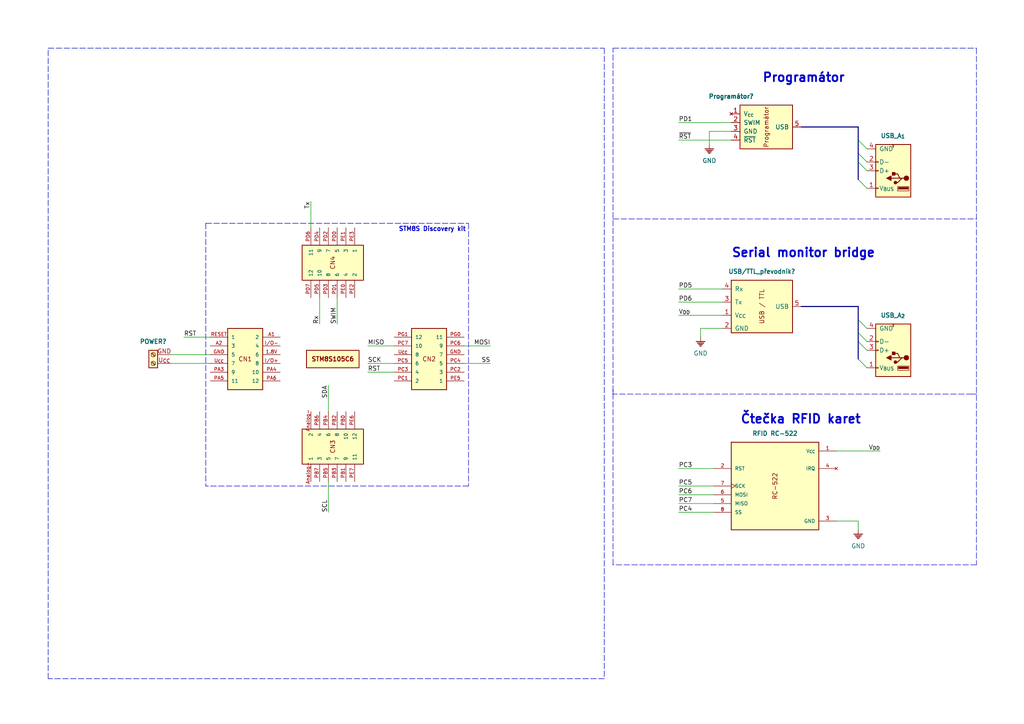
<source format=kicad_sch>
(kicad_sch (version 20211123) (generator eeschema)
  (paper "A4")
  (lib_symbols
    (symbol "5-146258-6_1" (pin_names (offset 1.016))
      (property "Reference" "CN2" (at 1.27 1.27 0))
      (symbol "5-146258-6_1_0_0"
        (rectangle (start -5.08 17.78) (end 5.08 0) (stroke (width 0.254)) (fill (type background)))
        (text "CN2" (at 0 8.89 0) (effects (font (size 1.27 1.27))))
        (pin passive line (at -10.16 7.62 0) (length 5.08) (name "7") (number "GND"))
        (pin passive line (at 10.16 15.24 180) (length 5.08) (name "2") (number "PC1"))
        (pin passive line (at -10.16 12.7 0) (length 5.08) (name "3") (number "PC2"))
        (pin passive line (at 10.16 12.7 180) (length 5.08) (name "4") (number "PC3"))
        (pin passive line (at -10.16 10.16 0) (length 5.08) (name "5") (number "PC4"))
        (pin passive line (at 10.16 10.16 180) (length 5.08) (name "6") (number "PC5"))
        (pin passive line (at -10.16 5.08 0) (length 5.08) (name "9") (number "PC6"))
        (pin passive line (at 10.16 5.08 180) (length 5.08) (name "10") (number "PC7"))
        (pin passive line (at -10.16 15.24 0) (length 5.08) (name "1") (number "PE5"))
        (pin passive line (at -10.16 2.54 0) (length 5.08) (name "11") (number "PG0"))
        (pin passive line (at 10.16 2.54 180) (length 5.08) (name "12") (number "PG1"))
        (pin passive line (at 10.16 7.62 180) (length 5.08) (name "8") (number "U_{CC}"))
      )
    )
    (symbol "5-146258-6_2" (pin_names (offset 1.016))
      (property "Reference" "CN4" (at -5.08 0 90))
      (symbol "5-146258-6_2_0_0"
        (rectangle (start -5.08 17.78) (end 5.08 0) (stroke (width 0.254)) (fill (type background)))
        (text "CN4" (at 0 8.89 0) (effects (font (size 1.27 1.27))))
        (pin passive line (at -10.16 10.16 0) (length 5.08) (name "5") (number "PD0"))
        (pin passive line (at 10.16 10.16 180) (length 5.08) (name "6") (number "PD1"))
        (pin passive line (at -10.16 7.62 0) (length 5.08) (name "7") (number "PD2"))
        (pin passive line (at 10.16 7.62 180) (length 5.08) (name "8") (number "PD3"))
        (pin passive line (at -10.16 5.08 0) (length 5.08) (name "9") (number "PD4"))
        (pin passive line (at 10.16 5.08 180) (length 5.08) (name "10") (number "PD5"))
        (pin passive line (at -10.16 2.54 0) (length 5.08) (name "11") (number "PD6"))
        (pin passive line (at 10.16 2.54 180) (length 5.08) (name "12") (number "PD7"))
        (pin passive line (at 10.16 12.7 180) (length 5.08) (name "4") (number "PE0"))
        (pin passive line (at -10.16 12.7 0) (length 5.08) (name "3") (number "PE1"))
        (pin passive line (at 10.16 15.24 180) (length 5.08) (name "2") (number "PE2"))
        (pin passive line (at -10.16 15.24 0) (length 5.08) (name "1") (number "PE3"))
      )
    )
    (symbol "5-146258-6_3" (pin_names (offset 1.016))
      (property "Reference" "CN3" (at -19.05 0 90))
      (symbol "5-146258-6_3_0_0"
        (rectangle (start -5.08 17.78) (end 5.08 0) (stroke (width 0.254)) (fill (type background)))
        (text "CN3" (at 0 8.89 0) (effects (font (size 1.27 1.27))))
        (pin passive line (at -10.16 15.24 0) (length 5.08) (name "1") (number "Analog+"))
        (pin passive line (at 10.16 15.24 180) (length 5.08) (name "2") (number "Analog-"))
        (pin passive line (at 10.16 5.08 180) (length 5.08) (name "10") (number "PB0"))
        (pin passive line (at -10.16 5.08 0) (length 5.08) (name "9") (number "PB1"))
        (pin passive line (at 10.16 7.62 180) (length 5.08) (name "8") (number "PB2"))
        (pin passive line (at -10.16 7.62 0) (length 5.08) (name "7") (number "PB3"))
        (pin passive line (at 10.16 10.16 180) (length 5.08) (name "6") (number "PB4"))
        (pin passive line (at -10.16 10.16 0) (length 5.08) (name "5") (number "PB5"))
        (pin passive line (at 10.16 12.7 180) (length 5.08) (name "4") (number "PB6"))
        (pin passive line (at -10.16 12.7 0) (length 5.08) (name "3") (number "PB7"))
        (pin passive line (at 10.16 2.54 180) (length 5.08) (name "12") (number "PE6"))
        (pin passive line (at -10.16 2.54 0) (length 5.08) (name "11") (number "PE7"))
      )
    )
    (symbol "5-146258-6_4" (pin_names (offset 1.016))
      (property "Reference" "CN1" (at -1.27 20.32 0))
      (symbol "5-146258-6_4_0_0"
        (rectangle (start -5.08 17.78) (end 5.08 0) (stroke (width 0.254)) (fill (type background)))
        (text "CN1" (at 0 8.89 0) (effects (font (size 1.27 1.27))))
        (pin passive line (at 10.16 10.16 180) (length 5.08) (name "6") (number "1.8V"))
        (pin passive line (at 10.16 15.24 180) (length 5.08) (name "2") (number "A1"))
        (pin passive line (at -10.16 12.7 0) (length 5.08) (name "3") (number "A2"))
        (pin passive line (at -10.16 10.16 0) (length 5.08) (name "5") (number "GND"))
        (pin passive line (at 10.16 7.62 180) (length 5.08) (name "8") (number "I/O+"))
        (pin passive line (at 10.16 12.7 180) (length 5.08) (name "4") (number "I/O-"))
        (pin passive line (at -10.16 5.08 0) (length 5.08) (name "9") (number "PA3"))
        (pin passive line (at 10.16 5.08 180) (length 5.08) (name "10") (number "PA4"))
        (pin passive line (at -10.16 2.54 0) (length 5.08) (name "11") (number "PA5"))
        (pin passive line (at 10.16 2.54 180) (length 5.08) (name "12") (number "PA6"))
        (pin passive line (at -10.16 15.24 0) (length 5.08) (name "1") (number "RESET"))
        (pin passive line (at -10.16 7.62 0) (length 5.08) (name "7") (number "U_{CC}"))
      )
    )
    (symbol "5-146258-6_5" (pin_names (offset 1.016))
      (symbol "5-146258-6_5_0_0"
        (rectangle (start -7.62 11.43) (end 7.62 6.35) (stroke (width 0.254)) (fill (type background)))
        (text "STM8S105C6" (at 0 8.89 0) (effects (font (size 1.27 1.27) bold)))
      )
    )
    (symbol "CEG006900:CEG006900" (pin_names (offset 1.016))
      (property "Value" "RFID RC-522" (at 0 15.24 0))
      (symbol "CEG006900_0_0"
        (rectangle (start -12.7 -12.7) (end 12.7 12.7) (stroke (width 0.254)) (fill (type background)))
        (text "RC-522" (at 0 0 900) (effects (font (size 1.27 1.27))))
        (pin power_in line (at 17.78 10.16 180) (length 5.08) (name "V_{CC}") (number "1"))
        (pin input line (at -17.78 5.08 0) (length 5.08) (name "RST") (number "2"))
        (pin power_in line (at 17.78 -10.16 180) (length 5.08) (name "GND") (number "3"))
        (pin no_connect line (at 17.78 5.08 180) (length 5.08) (name "IRQ") (number "4"))
        (pin bidirectional line (at -17.78 -5.08 0) (length 5.08) (name "MISO") (number "5"))
        (pin input line (at -17.78 -2.54 0) (length 5.08) (name "MOSI") (number "6"))
        (pin input clock (at -17.78 0 0) (length 5.08) (name "SCK") (number "7"))
        (pin bidirectional line (at -17.78 -7.62 0) (length 5.08) (name "SS") (number "8"))
      )
    )
    (symbol "Connector:Screw_Terminal_01x02" (pin_names (offset 1.016) hide)
      (property "Reference" "POWER" (at 0 6.35 0))
      (symbol "Screw_Terminal_01x02_1_1"
        (rectangle (start -1.27 1.27) (end 1.27 -3.81) (stroke (width 0.254)) (fill (type background)))
        (circle (center 0 -2.54) (radius 0.635) (stroke (width 0.1524)))
        (polyline (pts (xy -0.5334 -2.2098) (xy 0.3302 -3.048)) (stroke (width 0.1524)))
        (polyline (pts (xy -0.5334 0.3302) (xy 0.3302 -0.508)) (stroke (width 0.1524)))
        (polyline (pts (xy -0.3556 -2.032) (xy 0.508 -2.8702)) (stroke (width 0.1524)))
        (polyline (pts (xy -0.3556 0.508) (xy 0.508 -0.3302)) (stroke (width 0.1524)))
        (circle (center 0 0) (radius 0.635) (stroke (width 0.1524)))
        (pin passive line (at -5.08 -2.54 0) (length 3.81) (name "") (number "GND"))
        (pin passive line (at -5.08 0 0) (length 3.81) (name "Pin_1") (number "U_{CC}"))
      )
    )
    (symbol "Connector:Screw_Terminal_01x04" (pin_names (offset 1.016) hide)
      (property "Reference" "Programátor" (at 0 -7.62 0))
      (symbol "Screw_Terminal_01x04_1_1"
        (rectangle (start -1.27 3.81) (end 1.27 -6.35) (stroke (width 0.254)) (fill (type background)))
        (circle (center 0 -5.08) (radius 0.635) (stroke (width 0.1524)))
        (circle (center 0 -2.54) (radius 0.635) (stroke (width 0.1524)))
        (polyline (pts (xy -0.5334 -4.7498) (xy 0.3302 -5.588)) (stroke (width 0.1524)))
        (polyline (pts (xy -0.5334 -2.2098) (xy 0.3302 -3.048)) (stroke (width 0.1524)))
        (polyline (pts (xy -0.5334 0.3302) (xy 0.3302 -0.508)) (stroke (width 0.1524)))
        (polyline (pts (xy -0.5334 2.8702) (xy 0.3302 2.032)) (stroke (width 0.1524)))
        (polyline (pts (xy -0.3556 -4.572) (xy 0.508 -5.4102)) (stroke (width 0.1524)))
        (polyline (pts (xy -0.3556 -2.032) (xy 0.508 -2.8702)) (stroke (width 0.1524)))
        (polyline (pts (xy -0.3556 0.508) (xy 0.508 -0.3302)) (stroke (width 0.1524)))
        (polyline (pts (xy -0.3556 3.048) (xy 0.508 2.2098)) (stroke (width 0.1524)))
        (circle (center 0 0) (radius 0.635) (stroke (width 0.1524)))
        (circle (center 0 2.54) (radius 0.635) (stroke (width 0.1524)))
        (pin passive line (at -5.08 0 0) (length 3.81) (name "Pin_2") (number "GND"))
        (pin passive line (at -5.08 2.54 0) (length 3.81) (name "Pin_1") (number "RST"))
        (pin passive line (at -5.08 -2.54 0) (length 3.81) (name "Pin_3") (number "SWIM"))
        (pin passive line (at -5.08 -5.08 0) (length 3.81) (name "Pin_4") (number "V_{DD}"))
      )
    )
    (symbol "Connector:USB_A" (pin_names (offset 1.016))
      (property "Reference" "J?" (at -6.35 -1.2701 0))
      (property "Value" "USB_A_{1}" (at -3.81 10.16 0))
      (symbol "USB_A_0_1"
        (rectangle (start -5.08 -7.62) (end 5.08 7.62) (stroke (width 0.254)) (fill (type background)))
        (circle (center -3.81 2.159) (radius 0.635) (stroke (width 0.254)) (fill (type outline)))
        (rectangle (start -1.524 4.826) (end -4.318 5.334) (fill (type outline)))
        (rectangle (start -1.27 4.572) (end -4.572 5.842))
        (circle (center -0.635 3.429) (radius 0.381) (stroke (width 0.254)) (fill (type outline)))
        (rectangle (start -0.127 -7.62) (end 0.127 -6.858))
        (polyline (pts (xy -3.175 2.159) (xy -2.54 2.159) (xy -1.27 3.429) (xy -0.635 3.429)) (stroke (width 0.254)))
        (polyline (pts (xy -2.54 2.159) (xy -1.905 2.159) (xy -1.27 0.889) (xy 0 0.889)) (stroke (width 0.254)))
        (polyline (pts (xy 0.635 2.794) (xy 0.635 1.524) (xy 1.905 2.159) (xy 0.635 2.794)) (stroke (width 0.254)) (fill (type outline)))
        (rectangle (start 0.254 1.27) (end -0.508 0.508) (stroke (width 0.254)) (fill (type outline)))
        (rectangle (start 5.08 -2.667) (end 4.318 -2.413))
        (rectangle (start 5.08 -0.127) (end 4.318 0.127))
        (rectangle (start 5.08 4.953) (end 4.318 5.207))
      )
      (symbol "USB_A_1_1"
        (polyline (pts (xy -1.905 2.159) (xy 0.635 2.159)) (stroke (width 0.254)))
        (pin power_in line (at 7.62 5.08 180) (length 2.54) (name "V_{BUS}") (number "1"))
        (pin bidirectional line (at 7.62 -2.54 180) (length 2.54) (name "D-") (number "2"))
        (pin bidirectional line (at 7.62 0 180) (length 2.54) (name "D+") (number "3"))
        (pin power_in line (at 7.62 -6.35 180) (length 2.54) (name "GND") (number "4"))
      )
    )
    (symbol "KLIB_Connector_Prog:ST_SWIM_01X04" (pin_names (offset 1.016))
      (property "Reference" "Programátor" (at 5.08 7.62 0))
      (symbol "ST_SWIM_01X04_0_0"
        (text "Programátor" (at -5.08 -1.27 900) (effects (font (size 1.27 1.27))))
      )
      (symbol "ST_SWIM_01X04_0_1"
        (rectangle (start -12.7 5.08) (end 2.54 -7.62) (stroke (width 0.254)) (fill (type background)))
      )
      (symbol "ST_SWIM_01X04_1_1"
        (pin no_connect line (at 5.08 2.54 180) (length 2.54) (name "V_{cc}") (number "1"))
        (pin bidirectional line (at 5.08 0 180) (length 2.54) (name "SWIM") (number "2"))
        (pin power_in line (at 5.08 -2.54 180) (length 2.54) (name "GND") (number "3"))
        (pin output line (at 5.08 -5.08 180) (length 2.54) (name "~{RST}") (number "4"))
        (pin free line (at -15.24 -1.27 0) (length 2.54) (name "USB") (number "5"))
      )
    )
    (symbol "KLIB_Power:GND" (power) (pin_names (offset 0))
      (property "Value" "GND" (at 0 -3.556 0))
      (symbol "GND_0_1"
        (polyline (pts (xy -0.9144 -1.7272) (xy 0.9144 -1.7272)) (stroke (width 0.254)))
        (polyline (pts (xy -0.5588 -2.1336) (xy 0.5588 -2.1336)) (stroke (width 0.254)))
        (polyline (pts (xy -0.254 -2.54) (xy 0.254 -2.54)) (stroke (width 0.254)))
        (polyline (pts (xy 0 -1.27) (xy 0 0)))
        (polyline (pts (xy 1.27 -1.27) (xy -1.27 -1.27)) (stroke (width 0.254)))
      )
      (symbol "GND_1_1"
        (pin power_in line (at 0 0 270) (length 0) hide (name "GND") (number "1"))
      )
    )
    (symbol "ST_SWIM_01X04_1" (pin_names (offset 1.016))
      (property "Reference" "USB/TTL_převodník" (at -6.35 10.16 0))
      (symbol "ST_SWIM_01X04_1_0_0"
        (text "USB / TTL" (at -6.35 0 900) (effects (font (size 1.27 1.27))))
      )
      (symbol "ST_SWIM_01X04_1_0_1"
        (rectangle (start -15.24 7.62) (end 2.54 -7.62) (stroke (width 0.254)) (fill (type background)))
      )
      (symbol "ST_SWIM_01X04_1_1_1"
        (pin power_in line (at 5.08 -2.54 180) (length 2.54) (name "V_{CC}") (number "1"))
        (pin bidirectional line (at 5.08 -6.35 180) (length 2.54) (name "GND") (number "2"))
        (pin output line (at 5.08 1.27 180) (length 2.54) (name "Tx") (number "3"))
        (pin input line (at 5.08 5.08 180) (length 2.54) (name "Rx") (number "4"))
        (pin free line (at -17.78 0 0) (length 2.54) (name "USB") (number "5"))
      )
    )
    (symbol "USB_A_1" (pin_names (offset 1.016))
      (property "Reference" "J?" (at -6.35 -1.2701 0))
      (property "Value" "USB_A_1" (at -3.81 10.16 0))
      (symbol "USB_A_1_0_1"
        (rectangle (start -5.08 -7.62) (end 5.08 7.62) (stroke (width 0.254)) (fill (type background)))
        (circle (center -3.81 2.159) (radius 0.635) (stroke (width 0.254)) (fill (type outline)))
        (rectangle (start -1.524 4.826) (end -4.318 5.334) (fill (type outline)))
        (rectangle (start -1.27 4.572) (end -4.572 5.842))
        (circle (center -0.635 3.429) (radius 0.381) (stroke (width 0.254)) (fill (type outline)))
        (rectangle (start -0.127 -7.62) (end 0.127 -6.858))
        (polyline (pts (xy -3.175 2.159) (xy -2.54 2.159) (xy -1.27 3.429) (xy -0.635 3.429)) (stroke (width 0.254)))
        (polyline (pts (xy -2.54 2.159) (xy -1.905 2.159) (xy -1.27 0.889) (xy 0 0.889)) (stroke (width 0.254)))
        (polyline (pts (xy 0.635 2.794) (xy 0.635 1.524) (xy 1.905 2.159) (xy 0.635 2.794)) (stroke (width 0.254)) (fill (type outline)))
        (rectangle (start 0.254 1.27) (end -0.508 0.508) (stroke (width 0.254)) (fill (type outline)))
        (rectangle (start 5.08 -2.667) (end 4.318 -2.413))
        (rectangle (start 5.08 -0.127) (end 4.318 0.127))
        (rectangle (start 5.08 4.953) (end 4.318 5.207))
      )
      (symbol "USB_A_1_1_1"
        (polyline (pts (xy -1.905 2.159) (xy 0.635 2.159)) (stroke (width 0.254)))
        (pin power_in line (at 7.62 5.08 180) (length 2.54) (name "V_{BUS}") (number "1"))
        (pin bidirectional line (at 7.62 -2.54 180) (length 2.54) (name "D-") (number "2"))
        (pin bidirectional line (at 7.62 0 180) (length 2.54) (name "D+") (number "3"))
        (pin power_in line (at 7.62 -6.35 180) (length 2.54) (name "GND") (number "4"))
      )
    )
  )
  (bus_entry (at 248.92 46.99) (size 2.54 2.54))
  (bus_entry (at 248.92 44.45) (size 2.54 2.54))
  (bus_entry (at 248.92 104.14) (size 2.54 2.54))
  (bus_entry (at 248.92 99.06) (size 2.54 2.54))
  (bus_entry (at 248.92 52.07) (size 2.54 2.54))
  (bus_entry (at 248.92 92.71) (size 2.54 2.54))
  (bus_entry (at 248.92 96.52) (size 2.54 2.54))
  (bus_entry (at 248.92 40.64) (size 2.54 2.54))
  (wire (pts (xy 209.55 87.63) (xy 196.85 87.63)))
  (bus (pts (xy 232.41 36.83) (xy 248.92 36.83)))
  (wire (pts (xy 114.3 100.33) (xy 106.68 100.33)))
  (polyline (pts (xy 283.21 13.97) (xy 283.21 163.83)))
  (bus (pts (xy 248.92 44.45) (xy 248.92 46.99)))
  (polyline (pts (xy 177.8 163.83) (xy 177.8 13.97)))
  (polyline (pts (xy 135.89 140.97) (xy 59.69 140.97)))
  (wire (pts (xy 196.85 35.56) (xy 212.09 35.56)))
  (polyline (pts (xy 13.97 13.97) (xy 175.26 13.97)))
  (polyline (pts (xy 135.89 64.77) (xy 135.89 140.97)))
  (bus (pts (xy 248.92 88.9) (xy 248.92 92.71)))
  (wire (pts (xy 209.55 83.82) (xy 196.85 83.82)))
  (bus (pts (xy 248.92 40.64) (xy 248.92 44.45)))
  (polyline (pts (xy 283.21 163.83) (xy 177.8 163.83)))
  (wire (pts (xy 92.71 86.36) (xy 92.71 93.98)))
  (bus (pts (xy 248.92 36.83) (xy 248.92 40.64)))
  (polyline (pts (xy 177.8 13.97) (xy 283.21 13.97)))
  (wire (pts (xy 205.74 38.1) (xy 212.09 38.1)))
  (wire (pts (xy 207.01 148.59) (xy 196.85 148.59)))
  (wire (pts (xy 203.2 95.25) (xy 209.55 95.25)))
  (wire (pts (xy 248.92 151.13) (xy 242.57 151.13)))
  (polyline (pts (xy 59.69 64.77) (xy 59.69 140.97)))
  (wire (pts (xy 95.25 139.7) (xy 95.25 148.59)))
  (wire (pts (xy 209.55 91.44) (xy 196.85 91.44)))
  (bus (pts (xy 232.41 88.9) (xy 248.92 88.9)))
  (wire (pts (xy 207.01 140.97) (xy 196.85 140.97)))
  (polyline (pts (xy 59.69 64.77) (xy 135.89 64.77)))
  (wire (pts (xy 60.96 97.79) (xy 53.34 97.79)))
  (polyline (pts (xy 13.97 196.85) (xy 13.97 13.97)))
  (bus (pts (xy 248.92 99.06) (xy 248.92 104.14)))
  (wire (pts (xy -31.75 29.21) (xy -24.13 29.21)))
  (wire (pts (xy 207.01 143.51) (xy 196.85 143.51)))
  (wire (pts (xy 134.62 105.41) (xy 142.24 105.41)))
  (wire (pts (xy 97.79 86.36) (xy 97.79 93.98)))
  (polyline (pts (xy 177.8 114.3) (xy 177.8 113.03)))
  (wire (pts (xy 207.01 135.89) (xy 196.85 135.89)))
  (wire (pts (xy 203.2 95.25) (xy 203.2 97.79)))
  (wire (pts (xy 95.25 119.38) (xy 95.25 111.76)))
  (polyline (pts (xy 177.8 63.5) (xy 283.21 63.5)))
  (wire (pts (xy 134.62 100.33) (xy 142.24 100.33)))
  (wire (pts (xy -31.75 21.59) (xy -24.13 21.59)))
  (wire (pts (xy 49.53 105.41) (xy 60.96 105.41)))
  (wire (pts (xy 248.92 151.13) (xy 248.92 153.67)))
  (polyline (pts (xy 281.94 114.3) (xy 283.21 114.3)))
  (wire (pts (xy 205.74 38.1) (xy 205.74 41.91)))
  (bus (pts (xy 248.92 46.99) (xy 248.92 52.07)))
  (wire (pts (xy -31.75 24.13) (xy -24.13 24.13)))
  (wire (pts (xy 49.53 102.87) (xy 60.96 102.87)))
  (wire (pts (xy 114.3 105.41) (xy 106.68 105.41)))
  (wire (pts (xy 207.01 146.05) (xy 196.85 146.05)))
  (bus (pts (xy 248.92 96.52) (xy 248.92 99.06)))
  (polyline (pts (xy 281.94 114.3) (xy 177.8 114.3)))
  (wire (pts (xy 114.3 107.95) (xy 106.68 107.95)))
  (wire (pts (xy 90.17 66.04) (xy 90.17 58.42)))
  (wire (pts (xy -31.75 26.67) (xy -24.13 26.67)))
  (polyline (pts (xy 175.26 13.97) (xy 175.26 196.85)))
  (wire (pts (xy 196.85 40.64) (xy 212.09 40.64)))
  (bus (pts (xy 248.92 92.71) (xy 248.92 96.52)))
  (wire (pts (xy 242.57 130.81) (xy 255.27 130.81)))
  (polyline (pts (xy 175.26 196.85) (xy 13.97 196.85)))
  (text "Serial monitor bridge\n" (at 212.09 74.93 0) (effects (font (size 2.54 2.54) bold) (justify left bottom)))
  (text "STM8S Discovery kit" (at 115.57 67.31 0) (effects (font (size 1.27 1.27) (thickness 0.254) bold) (justify left bottom)))
  (text "Programátor" (at 220.98 24.13 0) (effects (font (size 2.54 2.54) bold) (justify left bottom)))
  (text "Čtečka RFID karet" (at 214.63 123.19 0) (effects (font (size 2.54 2.54) bold) (justify left bottom)))
  (label "PD1" (at -24.13 24.13 180))
  (label "MISO" (at 106.68 100.33 0))
  (label "SS" (at 142.24 105.41 180))
  (label "SCK" (at 106.68 105.41 0))
  (label "PD5" (at 196.85 83.82 0))
  (label "Tx" (at 90.17 58.42 270))
  (label "RESET" (at -24.13 29.21 180))
  (label "PD1" (at 196.85 35.56 0))
  (label "V_{DD}" (at 196.85 91.44 0))
  (label "PD6" (at 196.85 87.63 0))
  (label "GND" (at -24.13 26.67 180))
  (label "PC4" (at 196.85 148.59 0))
  (label "PC7" (at 196.85 146.05 0))
  (label "PC6" (at 196.85 143.51 0))
  (label "RST" (at 106.68 107.95 0))
  (label "PC5" (at 196.85 140.97 0))
  (label "SWIM" (at 97.79 93.98 90))
  (label "~{RST}" (at 196.85 40.64 0))
  (label "V_{DD}" (at 255.27 130.81 180))
  (label "U_{CC}" (at -24.13 21.59 180))
  (label "MOSI" (at 142.24 100.33 180))
  (label "SDA" (at 95.25 111.76 270))
  (label "SCL" (at 95.25 148.59 90))
  (label "RST" (at 53.34 97.79 0))
  (label "PC3" (at 196.85 135.89 0))
  (label "Rx" (at 92.71 93.98 90))
  (symbol (lib_id "KLIB_Power:GND") (at 205.74 41.91 0) (unit 1)
    (property "Reference" "#PWR?" (effects hide))
    (property "Value" "GND" (at 205.74 46.5996 0))
  )
  (symbol (lib_name "5-146258-6_3") (lib_id "pin_header_2x12:5-146258-6") (at 105.41 129.54 90) (unit 1)
    (property "Reference" "CN?" (effects hide))
    (property "Value" "5-146258-6" (effects hide))
    (property "Footprint" "Connector_PinSocket_2.54mm:PinSocket_2x06_P2.54mm_Vertical" (effects hide))
    (property "Number_of_Positions" "12" (effects hide))
    (property "EU_RoHS_Compliance" "Compliant" (effects hide))
    (property "Product_Type" "Connector" (effects hide))
    (property "Comment" "5-146258-6" (effects hide))
    (property "Centerline_Pitch" "2.54 mm[.1 in]" (effects hide))
  )
  (symbol (lib_name "5-146258-6_1") (lib_id "pin_header_2x12:5-146258-6") (at 124.46 95.25 180) (unit 1)
    (property "Reference" "CN?" (effects hide))
    (property "Value" "5-146258-6" (effects hide))
    (property "Footprint" "Connector_PinSocket_2.54mm:PinSocket_2x06_P2.54mm_Vertical" (effects hide))
    (property "Number_of_Positions" "12" (effects hide))
    (property "EU_RoHS_Compliance" "Compliant" (effects hide))
    (property "Product_Type" "Connector" (effects hide))
    (property "Comment" "5-146258-6" (effects hide))
    (property "Centerline_Pitch" "2.54 mm[.1 in]" (effects hide))
  )
  (symbol (lib_id "KLIB_Connector_Prog:ST_SWIM_01X04") (at 217.17 35.56 0) (mirror y) (unit 1)
    (property "Reference" "Programátor?" (at 212.09 27.94 0) (effects (font bold)))
    (property "Value" "ZL201-04G" (effects hide))
    (property "Footprint" "Connector_PinHeader_2.54mm:PinHeader_1x04_P2.54mm_Vertical" (effects hide))
    (property "Datasheet" "https://www.st.com/resource/en/user_manual/um1075-stlinkv2-incircuit-debuggerprogrammer-for-stm8-and-stm32-stmicroelectronics.pdf" (effects hide))
  )
  (symbol (lib_name "5-146258-6_4") (lib_id "pin_header_2x12:5-146258-6") (at 71.12 113.03 0) (unit 1)
    (property "Reference" "CN?" (effects hide))
    (property "Value" "5-146258-6" (effects hide))
    (property "Footprint" "Connector_PinSocket_2.54mm:PinSocket_2x06_P2.54mm_Vertical" (effects hide))
    (property "Number_of_Positions" "12" (effects hide))
    (property "EU_RoHS_Compliance" "Compliant" (effects hide))
    (property "Product_Type" "Connector" (effects hide))
    (property "Comment" "5-146258-6" (effects hide))
    (property "Centerline_Pitch" "2.54 mm[.1 in]" (effects hide))
  )
  (symbol (lib_name "ST_SWIM_01X04_1") (lib_id "KLIB_Connector_Prog:ST_SWIM_01X04") (at 214.63 88.9 0) (mirror y) (unit 1)
    (property "Reference" "USB/TTL_převodník?" (at 220.98 78.74 0) (effects (font bold)))
    (property "Value" "ZL201-04G" (effects hide))
    (property "Footprint" "Connector_PinHeader_2.54mm:PinHeader_1x04_P2.54mm_Vertical" (effects hide))
    (property "Datasheet" "https://www.st.com/resource/en/user_manual/um1075-stlinkv2-incircuit-debuggerprogrammer-for-stm8-and-stm32-stmicroelectronics.pdf" (effects hide))
  )
  (symbol (lib_name "USB_A_1") (lib_id "Connector:USB_A") (at 259.08 101.6 180) (unit 1)
    (property "Reference" "J?" (effects hide))
    (property "Value" "USB_A_{2}" (at 255.27 91.44 0) (effects (font bold) (justify right)))
    (property "Datasheet" " ~" (effects hide))
  )
  (symbol (lib_name "5-146258-6_2") (lib_id "pin_header_2x12:5-146258-6") (at 87.63 76.2 270) (unit 1)
    (property "Reference" "CN?" (effects hide))
    (property "Value" "5-146258-6" (effects hide))
    (property "Footprint" "Connector_PinSocket_2.54mm:PinSocket_2x06_P2.54mm_Vertical" (effects hide))
    (property "Number_of_Positions" "12" (effects hide))
    (property "EU_RoHS_Compliance" "Compliant" (effects hide))
    (property "Product_Type" "Connector" (effects hide))
    (property "Comment" "5-146258-6" (effects hide))
    (property "Centerline_Pitch" "2.54 mm[.1 in]" (effects hide))
  )
  (symbol (lib_name "5-146258-6_5") (lib_id "pin_header_2x12:5-146258-6") (at 96.52 95.25 180) (unit 1)
    (property "Reference" "CN?" (effects hide))
    (property "Value" "5-146258-6" (effects hide))
    (property "Footprint" "Connector_PinSocket_2.54mm:PinSocket_2x06_P2.54mm_Vertical" (effects hide))
    (property "Number_of_Positions" "12" (effects hide))
    (property "EU_RoHS_Compliance" "Compliant" (effects hide))
    (property "Product_Type" "Connector" (effects hide))
    (property "Comment" "5-146258-6" (effects hide))
    (property "Centerline_Pitch" "2.54 mm[.1 in]" (effects hide))
  )
  (symbol (lib_id "CEG006900:CEG006900") (at 224.79 140.97 0) (unit 1)
    (property "Reference" "U?" (effects hide))
    (property "Value" "RFID RC-522" (at 224.79 125.73 0) (effects (font bold)))
    (property "Footprint" "MODULE_CEG006900" (effects hide))
    (property "STANDARD" "IPC 7351B" (effects hide))
    (property "MANUFACTURER" "YKS" (effects hide))
    (property "PARTREV" "12 June 2019" (effects hide))
  )
  (symbol (lib_id "Connector:USB_A") (at 259.08 49.53 180) (unit 1)
    (property "Reference" "J?" (effects hide))
    (property "Value" "USB_A_{1}" (at 255.27 39.37 0) (effects (font bold) (justify right)))
    (property "Datasheet" " ~" (effects hide))
  )
  (symbol (lib_id "KLIB_Power:GND") (at 203.2 97.79 0) (unit 1)
    (property "Reference" "#PWR?" (effects hide))
    (property "Value" "GND" (at 203.2 102.4796 0))
  )
  (symbol (lib_id "Connector:Screw_Terminal_01x02") (at 44.45 105.41 180) (unit 1)
    (property "Reference" "POWER?" (at 44.45 99.06 0) (effects (font bold)))
    (property "Value" "Screw_Terminal_01x02" (effects hide))
  )
  (symbol (lib_id "Connector:Screw_Terminal_01x04") (at -36.83 26.67 180) (unit 1)
    (property "Reference" "Externí_Programátor?" (at -36.83 17.78 0) (effects (font bold)))
    (property "Value" "Screw_Terminal_01x04" (effects hide))
  )
  (symbol (lib_id "KLIB_Power:GND") (at 248.92 153.67 0) (mirror y) (unit 1)
    (property "Reference" "#PWR?" (effects hide))
    (property "Value" "GND" (at 248.92 158.3596 0))
  )
)
</source>
